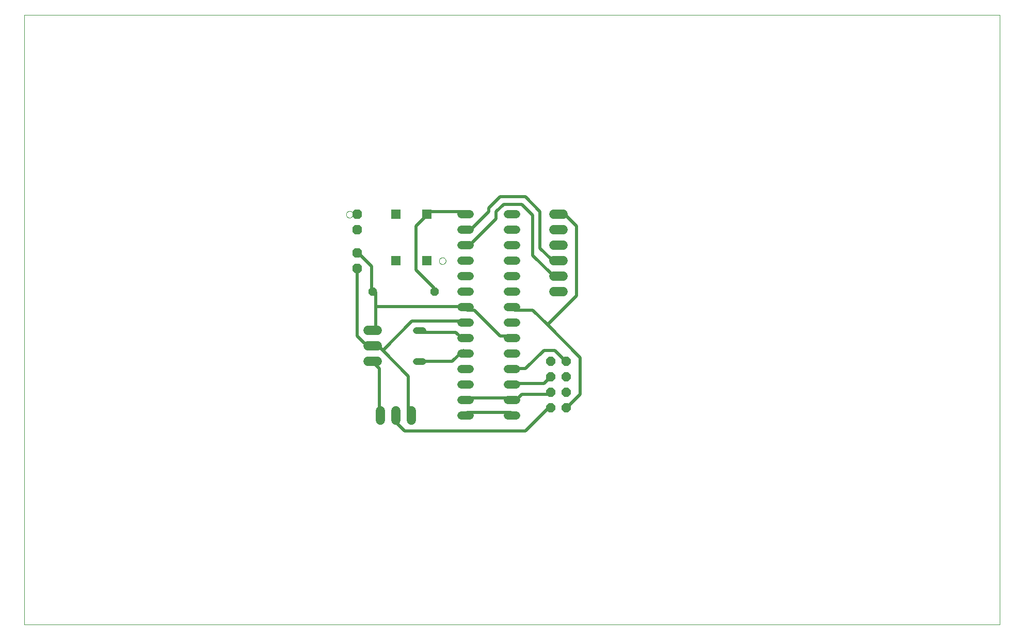
<source format=gtl>
G75*
%MOIN*%
%OFA0B0*%
%FSLAX25Y25*%
%IPPOS*%
%LPD*%
%AMOC8*
5,1,8,0,0,1.08239X$1,22.5*
%
%ADD10C,0.00000*%
%ADD11OC8,0.06300*%
%ADD12C,0.05200*%
%ADD13C,0.06000*%
%ADD14OC8,0.06000*%
%ADD15C,0.04400*%
%ADD16OC8,0.05200*%
%ADD17R,0.05906X0.05906*%
%ADD18C,0.01969*%
D10*
X0001000Y0001000D02*
X0001000Y0394701D01*
X0630921Y0394701D01*
X0630921Y0001000D01*
X0001000Y0001000D01*
X0268835Y0236000D02*
X0268837Y0236093D01*
X0268843Y0236185D01*
X0268853Y0236277D01*
X0268867Y0236368D01*
X0268884Y0236459D01*
X0268906Y0236549D01*
X0268931Y0236638D01*
X0268960Y0236726D01*
X0268993Y0236812D01*
X0269030Y0236897D01*
X0269070Y0236981D01*
X0269114Y0237062D01*
X0269161Y0237142D01*
X0269211Y0237220D01*
X0269265Y0237295D01*
X0269322Y0237368D01*
X0269382Y0237438D01*
X0269445Y0237506D01*
X0269511Y0237571D01*
X0269579Y0237633D01*
X0269650Y0237693D01*
X0269724Y0237749D01*
X0269800Y0237802D01*
X0269878Y0237851D01*
X0269958Y0237898D01*
X0270040Y0237940D01*
X0270124Y0237980D01*
X0270209Y0238015D01*
X0270296Y0238047D01*
X0270384Y0238076D01*
X0270473Y0238100D01*
X0270563Y0238121D01*
X0270654Y0238137D01*
X0270746Y0238150D01*
X0270838Y0238159D01*
X0270931Y0238164D01*
X0271023Y0238165D01*
X0271116Y0238162D01*
X0271208Y0238155D01*
X0271300Y0238144D01*
X0271391Y0238129D01*
X0271482Y0238111D01*
X0271572Y0238088D01*
X0271660Y0238062D01*
X0271748Y0238032D01*
X0271834Y0237998D01*
X0271918Y0237961D01*
X0272001Y0237919D01*
X0272082Y0237875D01*
X0272162Y0237827D01*
X0272239Y0237776D01*
X0272313Y0237721D01*
X0272386Y0237663D01*
X0272456Y0237603D01*
X0272523Y0237539D01*
X0272587Y0237473D01*
X0272649Y0237403D01*
X0272707Y0237332D01*
X0272762Y0237258D01*
X0272814Y0237181D01*
X0272863Y0237102D01*
X0272909Y0237022D01*
X0272951Y0236939D01*
X0272989Y0236855D01*
X0273024Y0236769D01*
X0273055Y0236682D01*
X0273082Y0236594D01*
X0273105Y0236504D01*
X0273125Y0236414D01*
X0273141Y0236323D01*
X0273153Y0236231D01*
X0273161Y0236139D01*
X0273165Y0236046D01*
X0273165Y0235954D01*
X0273161Y0235861D01*
X0273153Y0235769D01*
X0273141Y0235677D01*
X0273125Y0235586D01*
X0273105Y0235496D01*
X0273082Y0235406D01*
X0273055Y0235318D01*
X0273024Y0235231D01*
X0272989Y0235145D01*
X0272951Y0235061D01*
X0272909Y0234978D01*
X0272863Y0234898D01*
X0272814Y0234819D01*
X0272762Y0234742D01*
X0272707Y0234668D01*
X0272649Y0234597D01*
X0272587Y0234527D01*
X0272523Y0234461D01*
X0272456Y0234397D01*
X0272386Y0234337D01*
X0272313Y0234279D01*
X0272239Y0234224D01*
X0272162Y0234173D01*
X0272083Y0234125D01*
X0272001Y0234081D01*
X0271918Y0234039D01*
X0271834Y0234002D01*
X0271748Y0233968D01*
X0271660Y0233938D01*
X0271572Y0233912D01*
X0271482Y0233889D01*
X0271391Y0233871D01*
X0271300Y0233856D01*
X0271208Y0233845D01*
X0271116Y0233838D01*
X0271023Y0233835D01*
X0270931Y0233836D01*
X0270838Y0233841D01*
X0270746Y0233850D01*
X0270654Y0233863D01*
X0270563Y0233879D01*
X0270473Y0233900D01*
X0270384Y0233924D01*
X0270296Y0233953D01*
X0270209Y0233985D01*
X0270124Y0234020D01*
X0270040Y0234060D01*
X0269958Y0234102D01*
X0269878Y0234149D01*
X0269800Y0234198D01*
X0269724Y0234251D01*
X0269650Y0234307D01*
X0269579Y0234367D01*
X0269511Y0234429D01*
X0269445Y0234494D01*
X0269382Y0234562D01*
X0269322Y0234632D01*
X0269265Y0234705D01*
X0269211Y0234780D01*
X0269161Y0234858D01*
X0269114Y0234938D01*
X0269070Y0235019D01*
X0269030Y0235103D01*
X0268993Y0235188D01*
X0268960Y0235274D01*
X0268931Y0235362D01*
X0268906Y0235451D01*
X0268884Y0235541D01*
X0268867Y0235632D01*
X0268853Y0235723D01*
X0268843Y0235815D01*
X0268837Y0235907D01*
X0268835Y0236000D01*
X0208835Y0266000D02*
X0208837Y0266093D01*
X0208843Y0266185D01*
X0208853Y0266277D01*
X0208867Y0266368D01*
X0208884Y0266459D01*
X0208906Y0266549D01*
X0208931Y0266638D01*
X0208960Y0266726D01*
X0208993Y0266812D01*
X0209030Y0266897D01*
X0209070Y0266981D01*
X0209114Y0267062D01*
X0209161Y0267142D01*
X0209211Y0267220D01*
X0209265Y0267295D01*
X0209322Y0267368D01*
X0209382Y0267438D01*
X0209445Y0267506D01*
X0209511Y0267571D01*
X0209579Y0267633D01*
X0209650Y0267693D01*
X0209724Y0267749D01*
X0209800Y0267802D01*
X0209878Y0267851D01*
X0209958Y0267898D01*
X0210040Y0267940D01*
X0210124Y0267980D01*
X0210209Y0268015D01*
X0210296Y0268047D01*
X0210384Y0268076D01*
X0210473Y0268100D01*
X0210563Y0268121D01*
X0210654Y0268137D01*
X0210746Y0268150D01*
X0210838Y0268159D01*
X0210931Y0268164D01*
X0211023Y0268165D01*
X0211116Y0268162D01*
X0211208Y0268155D01*
X0211300Y0268144D01*
X0211391Y0268129D01*
X0211482Y0268111D01*
X0211572Y0268088D01*
X0211660Y0268062D01*
X0211748Y0268032D01*
X0211834Y0267998D01*
X0211918Y0267961D01*
X0212001Y0267919D01*
X0212082Y0267875D01*
X0212162Y0267827D01*
X0212239Y0267776D01*
X0212313Y0267721D01*
X0212386Y0267663D01*
X0212456Y0267603D01*
X0212523Y0267539D01*
X0212587Y0267473D01*
X0212649Y0267403D01*
X0212707Y0267332D01*
X0212762Y0267258D01*
X0212814Y0267181D01*
X0212863Y0267102D01*
X0212909Y0267022D01*
X0212951Y0266939D01*
X0212989Y0266855D01*
X0213024Y0266769D01*
X0213055Y0266682D01*
X0213082Y0266594D01*
X0213105Y0266504D01*
X0213125Y0266414D01*
X0213141Y0266323D01*
X0213153Y0266231D01*
X0213161Y0266139D01*
X0213165Y0266046D01*
X0213165Y0265954D01*
X0213161Y0265861D01*
X0213153Y0265769D01*
X0213141Y0265677D01*
X0213125Y0265586D01*
X0213105Y0265496D01*
X0213082Y0265406D01*
X0213055Y0265318D01*
X0213024Y0265231D01*
X0212989Y0265145D01*
X0212951Y0265061D01*
X0212909Y0264978D01*
X0212863Y0264898D01*
X0212814Y0264819D01*
X0212762Y0264742D01*
X0212707Y0264668D01*
X0212649Y0264597D01*
X0212587Y0264527D01*
X0212523Y0264461D01*
X0212456Y0264397D01*
X0212386Y0264337D01*
X0212313Y0264279D01*
X0212239Y0264224D01*
X0212162Y0264173D01*
X0212083Y0264125D01*
X0212001Y0264081D01*
X0211918Y0264039D01*
X0211834Y0264002D01*
X0211748Y0263968D01*
X0211660Y0263938D01*
X0211572Y0263912D01*
X0211482Y0263889D01*
X0211391Y0263871D01*
X0211300Y0263856D01*
X0211208Y0263845D01*
X0211116Y0263838D01*
X0211023Y0263835D01*
X0210931Y0263836D01*
X0210838Y0263841D01*
X0210746Y0263850D01*
X0210654Y0263863D01*
X0210563Y0263879D01*
X0210473Y0263900D01*
X0210384Y0263924D01*
X0210296Y0263953D01*
X0210209Y0263985D01*
X0210124Y0264020D01*
X0210040Y0264060D01*
X0209958Y0264102D01*
X0209878Y0264149D01*
X0209800Y0264198D01*
X0209724Y0264251D01*
X0209650Y0264307D01*
X0209579Y0264367D01*
X0209511Y0264429D01*
X0209445Y0264494D01*
X0209382Y0264562D01*
X0209322Y0264632D01*
X0209265Y0264705D01*
X0209211Y0264780D01*
X0209161Y0264858D01*
X0209114Y0264938D01*
X0209070Y0265019D01*
X0209030Y0265103D01*
X0208993Y0265188D01*
X0208960Y0265274D01*
X0208931Y0265362D01*
X0208906Y0265451D01*
X0208884Y0265541D01*
X0208867Y0265632D01*
X0208853Y0265723D01*
X0208843Y0265815D01*
X0208837Y0265907D01*
X0208835Y0266000D01*
D11*
X0216000Y0266000D03*
X0216000Y0256000D03*
X0216000Y0241000D03*
X0216000Y0231000D03*
D12*
X0283400Y0226000D02*
X0288600Y0226000D01*
X0288600Y0236000D02*
X0283400Y0236000D01*
X0283400Y0246000D02*
X0288600Y0246000D01*
X0288600Y0256000D02*
X0283400Y0256000D01*
X0283400Y0266000D02*
X0288600Y0266000D01*
X0313400Y0266000D02*
X0318600Y0266000D01*
X0318600Y0256000D02*
X0313400Y0256000D01*
X0313400Y0246000D02*
X0318600Y0246000D01*
X0318600Y0236000D02*
X0313400Y0236000D01*
X0313400Y0226000D02*
X0318600Y0226000D01*
X0318600Y0216000D02*
X0313400Y0216000D01*
X0313400Y0206000D02*
X0318600Y0206000D01*
X0318600Y0196000D02*
X0313400Y0196000D01*
X0313400Y0186000D02*
X0318600Y0186000D01*
X0318600Y0176000D02*
X0313400Y0176000D01*
X0313400Y0166000D02*
X0318600Y0166000D01*
X0318600Y0156000D02*
X0313400Y0156000D01*
X0313400Y0146000D02*
X0318600Y0146000D01*
X0318600Y0136000D02*
X0313400Y0136000D01*
X0288600Y0136000D02*
X0283400Y0136000D01*
X0283400Y0146000D02*
X0288600Y0146000D01*
X0288600Y0156000D02*
X0283400Y0156000D01*
X0283400Y0166000D02*
X0288600Y0166000D01*
X0288600Y0176000D02*
X0283400Y0176000D01*
X0283400Y0186000D02*
X0288600Y0186000D01*
X0288600Y0196000D02*
X0283400Y0196000D01*
X0283400Y0206000D02*
X0288600Y0206000D01*
X0288600Y0216000D02*
X0283400Y0216000D01*
D13*
X0229000Y0191000D02*
X0223000Y0191000D01*
X0223000Y0181000D02*
X0229000Y0181000D01*
X0229000Y0171000D02*
X0223000Y0171000D01*
X0231000Y0139000D02*
X0231000Y0133000D01*
X0241000Y0133000D02*
X0241000Y0139000D01*
X0251000Y0139000D02*
X0251000Y0133000D01*
X0343000Y0216000D02*
X0349000Y0216000D01*
X0349000Y0226000D02*
X0343000Y0226000D01*
X0343000Y0236000D02*
X0349000Y0236000D01*
X0349000Y0246000D02*
X0343000Y0246000D01*
X0343000Y0256000D02*
X0349000Y0256000D01*
X0349000Y0266000D02*
X0343000Y0266000D01*
D14*
X0341000Y0171000D03*
X0351000Y0171000D03*
X0351000Y0161000D03*
X0351000Y0151000D03*
X0341000Y0151000D03*
X0341000Y0161000D03*
X0341000Y0141000D03*
X0351000Y0141000D03*
D15*
X0258200Y0171000D02*
X0253800Y0171000D01*
X0253800Y0191000D02*
X0258200Y0191000D01*
D16*
X0266000Y0216000D03*
X0226000Y0216000D03*
D17*
X0241000Y0236000D03*
X0261000Y0236000D03*
X0261000Y0266000D03*
X0241000Y0266000D03*
D18*
X0253756Y0258480D02*
X0260843Y0265567D01*
X0261000Y0266000D01*
X0263205Y0267929D01*
X0284465Y0267929D01*
X0286000Y0266000D01*
X0289189Y0256118D02*
X0301000Y0267929D01*
X0301000Y0270291D01*
X0308087Y0277378D01*
X0324622Y0277378D01*
X0334071Y0267929D01*
X0334071Y0244307D01*
X0341157Y0237220D01*
X0345882Y0237220D01*
X0346000Y0236000D01*
X0345882Y0227772D02*
X0341157Y0227772D01*
X0329346Y0239583D01*
X0329346Y0265567D01*
X0322260Y0272654D01*
X0310449Y0272654D01*
X0305724Y0267929D01*
X0305724Y0263205D01*
X0289189Y0246669D01*
X0286827Y0246669D01*
X0286000Y0246000D01*
X0286000Y0256000D02*
X0286827Y0256118D01*
X0289189Y0256118D01*
X0253756Y0258480D02*
X0253756Y0230134D01*
X0265567Y0218323D01*
X0266000Y0216000D01*
X0284465Y0206512D02*
X0286000Y0206000D01*
X0286827Y0204150D01*
X0291551Y0204150D01*
X0308087Y0187614D01*
X0315173Y0187614D01*
X0316000Y0186000D01*
X0324622Y0166354D02*
X0336433Y0178165D01*
X0343520Y0178165D01*
X0350606Y0171079D01*
X0351000Y0171000D01*
X0360055Y0173441D02*
X0338795Y0194701D01*
X0357693Y0213598D01*
X0357693Y0258480D01*
X0350606Y0265567D01*
X0348244Y0265567D01*
X0346000Y0266000D01*
X0345882Y0227772D02*
X0346000Y0226000D01*
X0317535Y0204150D02*
X0316000Y0206000D01*
X0317535Y0204150D02*
X0329346Y0204150D01*
X0338795Y0194701D01*
X0360055Y0173441D02*
X0360055Y0149819D01*
X0352969Y0142732D01*
X0351000Y0141000D01*
X0341000Y0141000D02*
X0338795Y0140370D01*
X0324622Y0126197D01*
X0246669Y0126197D01*
X0241945Y0130921D01*
X0241945Y0135646D01*
X0241000Y0136000D01*
X0249031Y0138008D02*
X0251000Y0136000D01*
X0249031Y0138008D02*
X0249031Y0161630D01*
X0232496Y0178165D01*
X0251394Y0197063D01*
X0284465Y0197063D01*
X0286000Y0196000D01*
X0279740Y0189976D02*
X0284465Y0185252D01*
X0286000Y0186000D01*
X0279740Y0189976D02*
X0256118Y0189976D01*
X0256000Y0191000D01*
X0232496Y0178165D02*
X0227772Y0182890D01*
X0226000Y0181000D01*
X0225409Y0182890D01*
X0220685Y0182890D01*
X0215961Y0187614D01*
X0215961Y0230134D01*
X0216000Y0231000D01*
X0218323Y0239583D02*
X0225409Y0232496D01*
X0225409Y0218323D01*
X0226000Y0216000D01*
X0227772Y0215961D01*
X0227772Y0206512D01*
X0284465Y0206512D01*
X0284465Y0178165D02*
X0286000Y0176000D01*
X0284465Y0178165D02*
X0277378Y0171079D01*
X0256118Y0171079D01*
X0256000Y0171000D01*
X0230134Y0166354D02*
X0227772Y0168717D01*
X0226000Y0171000D01*
X0230134Y0166354D02*
X0230134Y0138008D01*
X0231000Y0136000D01*
X0286000Y0136000D02*
X0286827Y0138008D01*
X0315173Y0138008D01*
X0316000Y0136000D01*
X0317535Y0145094D02*
X0316000Y0146000D01*
X0315173Y0147457D01*
X0286827Y0147457D01*
X0286000Y0146000D01*
X0317535Y0145094D02*
X0322260Y0149819D01*
X0338795Y0149819D01*
X0341000Y0151000D01*
X0336433Y0156906D02*
X0338795Y0159268D01*
X0341000Y0161000D01*
X0336433Y0156906D02*
X0317535Y0156906D01*
X0316000Y0156000D01*
X0316000Y0166000D02*
X0317535Y0166354D01*
X0324622Y0166354D01*
X0227772Y0192339D02*
X0226000Y0191000D01*
X0227772Y0192339D02*
X0227772Y0206512D01*
X0218323Y0239583D02*
X0216000Y0241000D01*
M02*

</source>
